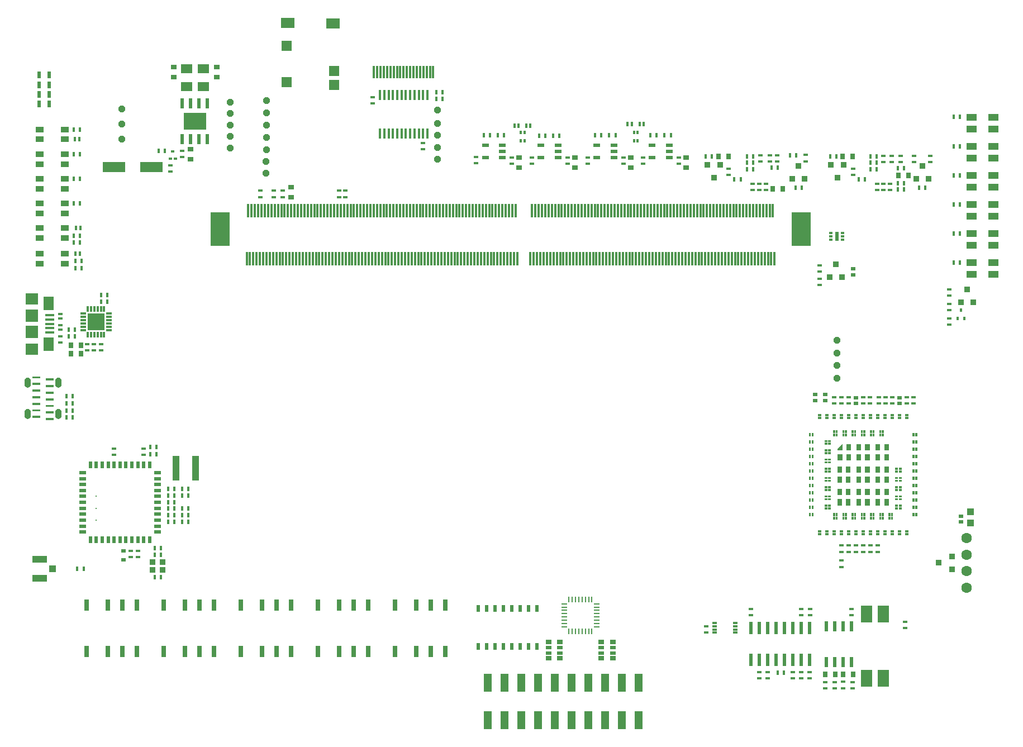
<source format=gtp>
G04*
G04 #@! TF.GenerationSoftware,Altium Limited,Altium Designer,23.4.1 (23)*
G04*
G04 Layer_Color=8421504*
%FSLAX25Y25*%
%MOIN*%
G70*
G04*
G04 #@! TF.SameCoordinates,6A7C3DE4-8593-4091-87D5-6454EB1C75A9*
G04*
G04*
G04 #@! TF.FilePolarity,Positive*
G04*
G01*
G75*
%ADD37R,0.02500X0.01800*%
%ADD38R,0.02362X0.06102*%
%ADD39R,0.03000X0.03500*%
%ADD40R,0.01378X0.07874*%
%ADD41R,0.11811X0.20276*%
%ADD42R,0.01575X0.02756*%
%ADD43R,0.01181X0.01968*%
%ADD44R,0.01772X0.05906*%
%ADD45R,0.03228X0.03622*%
%ADD46R,0.01181X0.07480*%
%ADD47R,0.01800X0.02500*%
G04:AMPARAMS|DCode=48|XSize=39.37mil|YSize=39.37mil|CornerRadius=0mil|HoleSize=0mil|Usage=FLASHONLY|Rotation=0.000|XOffset=0mil|YOffset=0mil|HoleType=Round|Shape=Octagon|*
%AMOCTAGOND48*
4,1,8,0.01968,-0.00984,0.01968,0.00984,0.00984,0.01968,-0.00984,0.01968,-0.01968,0.00984,-0.01968,-0.00984,-0.00984,-0.01968,0.00984,-0.01968,0.01968,-0.00984,0.0*
%
%ADD48OCTAGOND48*%

%ADD49R,0.13780X0.06299*%
%ADD50R,0.04331X0.02362*%
%ADD51R,0.04213X0.04016*%
%ADD52R,0.08661X0.04213*%
%ADD53R,0.03543X0.02559*%
%ADD54R,0.03543X0.02087*%
%ADD55R,0.03740X0.03347*%
%ADD56R,0.03150X0.02362*%
%ADD57C,0.01181*%
%ADD58R,0.04429X0.01968*%
%ADD59R,0.01968X0.04429*%
%ADD60R,0.04331X0.14567*%
%ADD61R,0.02835X0.02441*%
%ADD62R,0.02598X0.02165*%
%ADD63R,0.01181X0.03347*%
%ADD64R,0.03347X0.01181*%
%ADD65R,0.10039X0.10039*%
G04:AMPARAMS|DCode=66|XSize=39.37mil|YSize=39.37mil|CornerRadius=0mil|HoleSize=0mil|Usage=FLASHONLY|Rotation=90.000|XOffset=0mil|YOffset=0mil|HoleType=Round|Shape=Octagon|*
%AMOCTAGOND66*
4,1,8,0.00984,0.01968,-0.00984,0.01968,-0.01968,0.00984,-0.01968,-0.00984,-0.00984,-0.01968,0.00984,-0.01968,0.01968,-0.00984,0.01968,0.00984,0.00984,0.01968,0.0*
%
%ADD66OCTAGOND66*%

%ADD67R,0.01575X0.02008*%
%ADD68R,0.03500X0.03000*%
%ADD69R,0.06083X0.03925*%
%ADD70R,0.06299X0.05906*%
%ADD71R,0.07874X0.05906*%
%ADD72R,0.02205X0.05394*%
%ADD73R,0.02362X0.01181*%
%ADD74R,0.03386X0.01063*%
%ADD75R,0.01063X0.03386*%
%ADD76R,0.07087X0.09843*%
%ADD77R,0.03150X0.01181*%
%ADD78R,0.04921X0.03543*%
%ADD79R,0.07165X0.05512*%
%ADD80R,0.01968X0.01772*%
%ADD81R,0.13787X0.10287*%
%ADD82R,0.02756X0.01575*%
%ADD83R,0.01968X0.03937*%
%ADD84C,0.06299*%
%ADD85R,0.03622X0.03228*%
%ADD86R,0.03937X0.03937*%
%ADD87R,0.03150X0.07087*%
%ADD88R,0.05000X0.11024*%
%ADD89R,0.02362X0.04331*%
%ADD90R,0.02165X0.07677*%
%ADD91R,0.07480X0.07480*%
%ADD92R,0.07480X0.07087*%
%ADD93R,0.06299X0.08268*%
%ADD94R,0.05315X0.01575*%
G36*
X10925Y212722D02*
X6201D01*
Y213982D01*
X10925D01*
Y212722D01*
D02*
G37*
G36*
X18799Y211462D02*
X14075D01*
Y212722D01*
X18799D01*
Y211462D01*
D02*
G37*
G36*
X10925Y208785D02*
X6201D01*
Y210045D01*
X10925D01*
Y208785D01*
D02*
G37*
G36*
X18799Y207525D02*
X14075D01*
Y208785D01*
X18799D01*
Y207525D01*
D02*
G37*
G36*
X21821Y213189D02*
X21918Y213179D01*
X22015Y213165D01*
X22112Y213145D01*
X22207Y213121D01*
X22300Y213092D01*
X22393Y213058D01*
X22483Y213020D01*
X22572Y212978D01*
X22658Y212931D01*
X22742Y212880D01*
X22823Y212824D01*
X22901Y212765D01*
X22976Y212702D01*
X23048Y212635D01*
X23117Y212565D01*
X23182Y212491D01*
X23243Y212415D01*
X23300Y212335D01*
X23353Y212252D01*
X23402Y212168D01*
X23447Y212080D01*
X23487Y211991D01*
X23523Y211899D01*
X23555Y211806D01*
X23581Y211712D01*
X23603Y211616D01*
X23620Y211520D01*
X23632Y211422D01*
X23640Y211324D01*
X23642Y211226D01*
Y209258D01*
X23640Y209159D01*
X23632Y209062D01*
X23620Y208964D01*
X23603Y208868D01*
X23581Y208772D01*
X23555Y208677D01*
X23523Y208584D01*
X23487Y208493D01*
X23447Y208403D01*
X23402Y208316D01*
X23353Y208231D01*
X23300Y208149D01*
X23243Y208069D01*
X23182Y207992D01*
X23117Y207919D01*
X23048Y207848D01*
X22976Y207782D01*
X22901Y207719D01*
X22823Y207659D01*
X22742Y207604D01*
X22658Y207553D01*
X22572Y207506D01*
X22483Y207463D01*
X22393Y207425D01*
X22300Y207392D01*
X22207Y207363D01*
X22112Y207339D01*
X22015Y207319D01*
X21918Y207304D01*
X21821Y207295D01*
X21723Y207290D01*
X21624D01*
X21527Y207295D01*
X21429Y207304D01*
X21332Y207319D01*
X21236Y207339D01*
X21140Y207363D01*
X21047Y207392D01*
X20954Y207425D01*
X20864Y207463D01*
X20775Y207506D01*
X20689Y207553D01*
X20606Y207604D01*
X20525Y207659D01*
X20446Y207719D01*
X20371Y207782D01*
X20299Y207848D01*
X20231Y207919D01*
X20166Y207992D01*
X20104Y208069D01*
X20047Y208149D01*
X19994Y208231D01*
X19945Y208316D01*
X19900Y208403D01*
X19860Y208493D01*
X19824Y208584D01*
X19793Y208677D01*
X19766Y208772D01*
X19744Y208868D01*
X19727Y208964D01*
X19715Y209062D01*
X19707Y209159D01*
X19705Y209258D01*
Y211226D01*
X19707Y211324D01*
X19715Y211422D01*
X19727Y211520D01*
X19744Y211616D01*
X19766Y211712D01*
X19793Y211806D01*
X19824Y211899D01*
X19860Y211991D01*
X19900Y212080D01*
X19945Y212168D01*
X19994Y212252D01*
X20047Y212335D01*
X20104Y212415D01*
X20166Y212491D01*
X20231Y212565D01*
X20299Y212635D01*
X20371Y212702D01*
X20446Y212765D01*
X20525Y212824D01*
X20606Y212880D01*
X20689Y212931D01*
X20775Y212978D01*
X20864Y213020D01*
X20954Y213058D01*
X21047Y213092D01*
X21140Y213121D01*
X21236Y213145D01*
X21332Y213165D01*
X21429Y213179D01*
X21527Y213189D01*
X21624Y213194D01*
X21723D01*
X21821Y213189D01*
D02*
G37*
G36*
X3474D02*
X3571Y213179D01*
X3668Y213165D01*
X3765Y213145D01*
X3860Y213121D01*
X3954Y213092D01*
X4046Y213058D01*
X4136Y213020D01*
X4225Y212978D01*
X4311Y212931D01*
X4395Y212880D01*
X4476Y212824D01*
X4554Y212765D01*
X4629Y212702D01*
X4701Y212635D01*
X4770Y212565D01*
X4835Y212491D01*
X4896Y212415D01*
X4953Y212335D01*
X5006Y212252D01*
X5055Y212168D01*
X5100Y212080D01*
X5141Y211991D01*
X5176Y211899D01*
X5208Y211806D01*
X5234Y211712D01*
X5256Y211616D01*
X5273Y211520D01*
X5285Y211422D01*
X5293Y211324D01*
X5295Y211226D01*
Y209258D01*
X5293Y209159D01*
X5285Y209062D01*
X5273Y208964D01*
X5256Y208868D01*
X5234Y208772D01*
X5208Y208677D01*
X5176Y208584D01*
X5141Y208493D01*
X5100Y208403D01*
X5055Y208316D01*
X5006Y208231D01*
X4953Y208149D01*
X4896Y208069D01*
X4835Y207992D01*
X4770Y207919D01*
X4701Y207848D01*
X4629Y207782D01*
X4554Y207719D01*
X4476Y207659D01*
X4395Y207604D01*
X4311Y207553D01*
X4225Y207506D01*
X4136Y207463D01*
X4046Y207425D01*
X3954Y207392D01*
X3860Y207363D01*
X3765Y207339D01*
X3668Y207319D01*
X3571Y207304D01*
X3474Y207295D01*
X3376Y207290D01*
X3277D01*
X3179Y207295D01*
X3082Y207304D01*
X2985Y207319D01*
X2889Y207339D01*
X2794Y207363D01*
X2700Y207392D01*
X2607Y207425D01*
X2517Y207463D01*
X2428Y207506D01*
X2342Y207553D01*
X2259Y207604D01*
X2177Y207659D01*
X2099Y207719D01*
X2024Y207782D01*
X1952Y207848D01*
X1884Y207919D01*
X1819Y207992D01*
X1757Y208069D01*
X1700Y208149D01*
X1647Y208231D01*
X1598Y208316D01*
X1553Y208403D01*
X1513Y208493D01*
X1477Y208584D01*
X1446Y208677D01*
X1419Y208772D01*
X1397Y208868D01*
X1380Y208964D01*
X1368Y209062D01*
X1361Y209159D01*
X1358Y209258D01*
Y211226D01*
X1361Y211324D01*
X1368Y211422D01*
X1380Y211520D01*
X1397Y211616D01*
X1419Y211712D01*
X1446Y211806D01*
X1477Y211899D01*
X1513Y211991D01*
X1553Y212080D01*
X1598Y212168D01*
X1647Y212252D01*
X1700Y212335D01*
X1757Y212415D01*
X1819Y212491D01*
X1884Y212565D01*
X1952Y212635D01*
X2024Y212702D01*
X2099Y212765D01*
X2177Y212824D01*
X2259Y212880D01*
X2342Y212931D01*
X2428Y212978D01*
X2517Y213020D01*
X2607Y213058D01*
X2700Y213092D01*
X2794Y213121D01*
X2889Y213145D01*
X2985Y213165D01*
X3082Y213179D01*
X3179Y213189D01*
X3277Y213194D01*
X3376D01*
X3474Y213189D01*
D02*
G37*
G36*
X10925Y204848D02*
X6201D01*
Y206108D01*
X10925D01*
Y204848D01*
D02*
G37*
G36*
X18799Y203588D02*
X14075D01*
Y204848D01*
X18799D01*
Y203588D01*
D02*
G37*
G36*
X10925Y200911D02*
X6201D01*
Y202171D01*
X10925D01*
Y200911D01*
D02*
G37*
G36*
X18799Y199651D02*
X14075D01*
Y200911D01*
X18799D01*
Y199651D01*
D02*
G37*
G36*
X10925Y196974D02*
X6201D01*
Y198234D01*
X10925D01*
Y196974D01*
D02*
G37*
G36*
X18799Y195714D02*
X14075D01*
Y196974D01*
X18799D01*
Y195714D01*
D02*
G37*
G36*
X10925Y193037D02*
X6201D01*
Y194297D01*
X10925D01*
Y193037D01*
D02*
G37*
G36*
X18799Y191777D02*
X14075D01*
Y193037D01*
X18799D01*
Y191777D01*
D02*
G37*
G36*
X528792Y190120D02*
X526666D01*
Y191380D01*
X528792D01*
Y190120D01*
D02*
G37*
G36*
X524461D02*
X522335D01*
Y191380D01*
X524461D01*
Y190120D01*
D02*
G37*
G36*
X520130D02*
X518005D01*
Y191380D01*
X520130D01*
Y190120D01*
D02*
G37*
G36*
X515800D02*
X513674D01*
Y191380D01*
X515800D01*
Y190120D01*
D02*
G37*
G36*
X511469D02*
X509343D01*
Y191380D01*
X511469D01*
Y190120D01*
D02*
G37*
G36*
X507138D02*
X505012D01*
Y191380D01*
X507138D01*
Y190120D01*
D02*
G37*
G36*
X502808D02*
X500682D01*
Y191380D01*
X502808D01*
Y190120D01*
D02*
G37*
G36*
X498477D02*
X496351D01*
Y191380D01*
X498477D01*
Y190120D01*
D02*
G37*
G36*
X494146D02*
X492020D01*
Y191380D01*
X494146D01*
Y190120D01*
D02*
G37*
G36*
X489816D02*
X487690D01*
Y191380D01*
X489816D01*
Y190120D01*
D02*
G37*
G36*
X485485D02*
X483359D01*
Y191380D01*
X485485D01*
Y190120D01*
D02*
G37*
G36*
X481154D02*
X479028D01*
Y191380D01*
X481154D01*
Y190120D01*
D02*
G37*
G36*
X476823D02*
X474697D01*
Y191380D01*
X476823D01*
Y190120D01*
D02*
G37*
G36*
X10925Y189100D02*
X6201D01*
Y190360D01*
X10925D01*
Y189100D01*
D02*
G37*
G36*
X21821Y194527D02*
X21918Y194517D01*
X22015Y194503D01*
X22112Y194483D01*
X22207Y194459D01*
X22300Y194430D01*
X22393Y194396D01*
X22483Y194358D01*
X22572Y194316D01*
X22658Y194269D01*
X22742Y194218D01*
X22823Y194162D01*
X22901Y194103D01*
X22976Y194040D01*
X23048Y193973D01*
X23117Y193903D01*
X23182Y193829D01*
X23243Y193753D01*
X23300Y193673D01*
X23353Y193590D01*
X23402Y193506D01*
X23447Y193418D01*
X23487Y193329D01*
X23523Y193237D01*
X23555Y193144D01*
X23581Y193050D01*
X23603Y192954D01*
X23620Y192858D01*
X23632Y192760D01*
X23640Y192662D01*
X23642Y192564D01*
Y190596D01*
X23640Y190498D01*
X23632Y190400D01*
X23620Y190302D01*
X23603Y190206D01*
X23581Y190110D01*
X23555Y190015D01*
X23523Y189922D01*
X23487Y189831D01*
X23447Y189742D01*
X23402Y189654D01*
X23353Y189569D01*
X23300Y189487D01*
X23243Y189407D01*
X23182Y189330D01*
X23117Y189257D01*
X23048Y189186D01*
X22976Y189120D01*
X22901Y189057D01*
X22823Y188997D01*
X22742Y188942D01*
X22658Y188891D01*
X22572Y188844D01*
X22483Y188801D01*
X22393Y188763D01*
X22300Y188730D01*
X22207Y188701D01*
X22112Y188677D01*
X22015Y188657D01*
X21918Y188642D01*
X21821Y188633D01*
X21723Y188628D01*
X21624D01*
X21527Y188633D01*
X21429Y188642D01*
X21332Y188657D01*
X21236Y188677D01*
X21140Y188701D01*
X21047Y188730D01*
X20954Y188763D01*
X20864Y188801D01*
X20775Y188844D01*
X20689Y188891D01*
X20606Y188942D01*
X20525Y188997D01*
X20446Y189057D01*
X20371Y189120D01*
X20299Y189186D01*
X20231Y189257D01*
X20166Y189330D01*
X20104Y189407D01*
X20047Y189487D01*
X19994Y189569D01*
X19945Y189654D01*
X19900Y189742D01*
X19860Y189831D01*
X19824Y189922D01*
X19793Y190015D01*
X19766Y190110D01*
X19744Y190206D01*
X19727Y190302D01*
X19715Y190400D01*
X19707Y190498D01*
X19705Y190596D01*
Y192564D01*
X19707Y192662D01*
X19715Y192760D01*
X19727Y192858D01*
X19744Y192954D01*
X19766Y193050D01*
X19793Y193144D01*
X19824Y193237D01*
X19860Y193329D01*
X19900Y193418D01*
X19945Y193506D01*
X19994Y193590D01*
X20047Y193673D01*
X20104Y193753D01*
X20166Y193829D01*
X20231Y193903D01*
X20299Y193973D01*
X20371Y194040D01*
X20446Y194103D01*
X20525Y194162D01*
X20606Y194218D01*
X20689Y194269D01*
X20775Y194316D01*
X20864Y194358D01*
X20954Y194396D01*
X21047Y194430D01*
X21140Y194459D01*
X21236Y194483D01*
X21332Y194503D01*
X21429Y194517D01*
X21527Y194527D01*
X21624Y194532D01*
X21723D01*
X21821Y194527D01*
D02*
G37*
G36*
X3474D02*
X3571Y194517D01*
X3668Y194503D01*
X3765Y194483D01*
X3860Y194459D01*
X3954Y194430D01*
X4046Y194396D01*
X4136Y194358D01*
X4225Y194316D01*
X4311Y194269D01*
X4395Y194218D01*
X4476Y194162D01*
X4554Y194103D01*
X4629Y194040D01*
X4701Y193973D01*
X4770Y193903D01*
X4835Y193829D01*
X4896Y193753D01*
X4953Y193673D01*
X5006Y193590D01*
X5055Y193506D01*
X5100Y193418D01*
X5141Y193329D01*
X5176Y193237D01*
X5208Y193144D01*
X5234Y193050D01*
X5256Y192954D01*
X5273Y192858D01*
X5285Y192760D01*
X5293Y192662D01*
X5295Y192564D01*
Y190596D01*
X5293Y190498D01*
X5285Y190400D01*
X5273Y190302D01*
X5256Y190206D01*
X5234Y190110D01*
X5208Y190015D01*
X5176Y189922D01*
X5141Y189831D01*
X5100Y189742D01*
X5055Y189654D01*
X5006Y189569D01*
X4953Y189487D01*
X4896Y189407D01*
X4835Y189330D01*
X4770Y189257D01*
X4701Y189186D01*
X4629Y189120D01*
X4554Y189057D01*
X4476Y188997D01*
X4395Y188942D01*
X4311Y188891D01*
X4225Y188844D01*
X4136Y188801D01*
X4046Y188763D01*
X3954Y188730D01*
X3860Y188701D01*
X3765Y188677D01*
X3668Y188657D01*
X3571Y188642D01*
X3474Y188633D01*
X3376Y188628D01*
X3277D01*
X3179Y188633D01*
X3082Y188642D01*
X2985Y188657D01*
X2889Y188677D01*
X2794Y188701D01*
X2700Y188730D01*
X2607Y188763D01*
X2517Y188801D01*
X2428Y188844D01*
X2342Y188891D01*
X2259Y188942D01*
X2177Y188997D01*
X2099Y189057D01*
X2024Y189120D01*
X1952Y189186D01*
X1884Y189257D01*
X1819Y189330D01*
X1757Y189407D01*
X1700Y189487D01*
X1647Y189569D01*
X1598Y189654D01*
X1553Y189742D01*
X1513Y189831D01*
X1477Y189922D01*
X1446Y190015D01*
X1419Y190110D01*
X1397Y190206D01*
X1380Y190302D01*
X1368Y190400D01*
X1361Y190498D01*
X1358Y190596D01*
Y192564D01*
X1361Y192662D01*
X1368Y192760D01*
X1380Y192858D01*
X1397Y192954D01*
X1419Y193050D01*
X1446Y193144D01*
X1477Y193237D01*
X1513Y193329D01*
X1553Y193418D01*
X1598Y193506D01*
X1647Y193590D01*
X1700Y193673D01*
X1757Y193753D01*
X1819Y193829D01*
X1884Y193903D01*
X1952Y193973D01*
X2024Y194040D01*
X2099Y194103D01*
X2177Y194162D01*
X2259Y194218D01*
X2342Y194269D01*
X2428Y194316D01*
X2517Y194358D01*
X2607Y194396D01*
X2700Y194430D01*
X2794Y194459D01*
X2889Y194483D01*
X2985Y194503D01*
X3082Y194517D01*
X3179Y194527D01*
X3277Y194532D01*
X3376D01*
X3474Y194527D01*
D02*
G37*
G36*
X528792Y188466D02*
X526666D01*
Y189726D01*
X528792D01*
Y188466D01*
D02*
G37*
G36*
X524461D02*
X522335D01*
Y189726D01*
X524461D01*
Y188466D01*
D02*
G37*
G36*
X520130D02*
X518005D01*
Y189726D01*
X520130D01*
Y188466D01*
D02*
G37*
G36*
X515800D02*
X513674D01*
Y189726D01*
X515800D01*
Y188466D01*
D02*
G37*
G36*
X511469D02*
X509343D01*
Y189726D01*
X511469D01*
Y188466D01*
D02*
G37*
G36*
X507138D02*
X505012D01*
Y189726D01*
X507138D01*
Y188466D01*
D02*
G37*
G36*
X502808D02*
X500682D01*
Y189726D01*
X502808D01*
Y188466D01*
D02*
G37*
G36*
X498477D02*
X496351D01*
Y189726D01*
X498477D01*
Y188466D01*
D02*
G37*
G36*
X494146D02*
X492020D01*
Y189726D01*
X494146D01*
Y188466D01*
D02*
G37*
G36*
X489816D02*
X487690D01*
Y189726D01*
X489816D01*
Y188466D01*
D02*
G37*
G36*
X485485D02*
X483359D01*
Y189726D01*
X485485D01*
Y188466D01*
D02*
G37*
G36*
X481154D02*
X479028D01*
Y189726D01*
X481154D01*
Y188466D01*
D02*
G37*
G36*
X476823D02*
X474697D01*
Y189726D01*
X476823D01*
Y188466D01*
D02*
G37*
G36*
X18799Y187840D02*
X14075D01*
Y189100D01*
X18799D01*
Y187840D01*
D02*
G37*
G36*
X514146Y180277D02*
X512965D01*
Y181970D01*
X514146D01*
Y180277D01*
D02*
G37*
G36*
X512571D02*
X511390D01*
Y181970D01*
X512571D01*
Y180277D01*
D02*
G37*
G36*
X508635D02*
X507453D01*
Y181970D01*
X508635D01*
Y180277D01*
D02*
G37*
G36*
X507060D02*
X505878D01*
Y181970D01*
X507060D01*
Y180277D01*
D02*
G37*
G36*
X503123D02*
X501941D01*
Y181970D01*
X503123D01*
Y180277D01*
D02*
G37*
G36*
X501548D02*
X500367D01*
Y181970D01*
X501548D01*
Y180277D01*
D02*
G37*
G36*
X497611D02*
X496430D01*
Y181970D01*
X497611D01*
Y180277D01*
D02*
G37*
G36*
X496036D02*
X494855D01*
Y181970D01*
X496036D01*
Y180277D01*
D02*
G37*
G36*
X492099D02*
X490918D01*
Y181970D01*
X492099D01*
Y180277D01*
D02*
G37*
G36*
X490524D02*
X489343D01*
Y181970D01*
X490524D01*
Y180277D01*
D02*
G37*
G36*
X486587D02*
X485406D01*
Y181970D01*
X486587D01*
Y180277D01*
D02*
G37*
G36*
X485012D02*
X483831D01*
Y181970D01*
X485012D01*
Y180277D01*
D02*
G37*
G36*
X514146Y178191D02*
X512965D01*
Y179884D01*
X514146D01*
Y178191D01*
D02*
G37*
G36*
X512571D02*
X511390D01*
Y179884D01*
X512571D01*
Y178191D01*
D02*
G37*
G36*
X508635D02*
X507453D01*
Y179884D01*
X508635D01*
Y178191D01*
D02*
G37*
G36*
X507060D02*
X505878D01*
Y179884D01*
X507060D01*
Y178191D01*
D02*
G37*
G36*
X503123D02*
X501941D01*
Y179884D01*
X503123D01*
Y178191D01*
D02*
G37*
G36*
X501548D02*
X500367D01*
Y179884D01*
X501548D01*
Y178191D01*
D02*
G37*
G36*
X497611D02*
X496430D01*
Y179884D01*
X497611D01*
Y178191D01*
D02*
G37*
G36*
X496036D02*
X494855D01*
Y179884D01*
X496036D01*
Y178191D01*
D02*
G37*
G36*
X492099D02*
X490918D01*
Y179884D01*
X492099D01*
Y178191D01*
D02*
G37*
G36*
X490524D02*
X489343D01*
Y179884D01*
X490524D01*
Y178191D01*
D02*
G37*
G36*
X486587D02*
X485406D01*
Y179884D01*
X486587D01*
Y178191D01*
D02*
G37*
G36*
X485012D02*
X483831D01*
Y179884D01*
X485012D01*
Y178191D01*
D02*
G37*
G36*
X534107Y178033D02*
X532847D01*
Y180159D01*
X534107D01*
Y178033D01*
D02*
G37*
G36*
X532453D02*
X531193D01*
Y180159D01*
X532453D01*
Y178033D01*
D02*
G37*
G36*
X472296D02*
X471036D01*
Y180159D01*
X472296D01*
Y178033D01*
D02*
G37*
G36*
X470642D02*
X469382D01*
Y180159D01*
X470642D01*
Y178033D01*
D02*
G37*
G36*
X482572Y174766D02*
X480878D01*
Y175947D01*
X482572D01*
Y174766D01*
D02*
G37*
G36*
X480485D02*
X478792D01*
Y175947D01*
X480485D01*
Y174766D01*
D02*
G37*
G36*
X534107Y173703D02*
X532847D01*
Y175829D01*
X534107D01*
Y173703D01*
D02*
G37*
G36*
X532453D02*
X531193D01*
Y175829D01*
X532453D01*
Y173703D01*
D02*
G37*
G36*
X472296D02*
X471036D01*
Y175829D01*
X472296D01*
Y173703D01*
D02*
G37*
G36*
X470642D02*
X469382D01*
Y175829D01*
X470642D01*
Y173703D01*
D02*
G37*
G36*
X482572Y173191D02*
X480878D01*
Y174372D01*
X482572D01*
Y173191D01*
D02*
G37*
G36*
X480485D02*
X478792D01*
Y174372D01*
X480485D01*
Y173191D01*
D02*
G37*
G36*
X517099Y169844D02*
X514343D01*
Y173584D01*
X517099D01*
Y169844D01*
D02*
G37*
G36*
X511981D02*
X509225D01*
Y173584D01*
X511981D01*
Y169844D01*
D02*
G37*
G36*
X505682D02*
X502926D01*
Y173584D01*
X505682D01*
Y169844D01*
D02*
G37*
G36*
X500564D02*
X497808D01*
Y173584D01*
X500564D01*
Y169844D01*
D02*
G37*
G36*
X494461D02*
X491705D01*
Y173584D01*
X494461D01*
Y169844D01*
D02*
G37*
G36*
X489343D02*
X486587D01*
Y170828D01*
X489343Y173584D01*
Y169844D01*
D02*
G37*
G36*
X534107Y169372D02*
X532847D01*
Y171498D01*
X534107D01*
Y169372D01*
D02*
G37*
G36*
X532453D02*
X531193D01*
Y171498D01*
X532453D01*
Y169372D01*
D02*
G37*
G36*
X472296D02*
X471036D01*
Y171498D01*
X472296D01*
Y169372D01*
D02*
G37*
G36*
X470642D02*
X469382D01*
Y171498D01*
X470642D01*
Y169372D01*
D02*
G37*
G36*
X482572Y169254D02*
X480878D01*
Y170435D01*
X482572D01*
Y169254D01*
D02*
G37*
G36*
X480485D02*
X478792D01*
Y170435D01*
X480485D01*
Y169254D01*
D02*
G37*
G36*
X482572Y167679D02*
X480878D01*
Y168860D01*
X482572D01*
Y167679D01*
D02*
G37*
G36*
X480485D02*
X478792D01*
Y168860D01*
X480485D01*
Y167679D01*
D02*
G37*
G36*
X534107Y165041D02*
X532847D01*
Y167167D01*
X534107D01*
Y165041D01*
D02*
G37*
G36*
X532453D02*
X531193D01*
Y167167D01*
X532453D01*
Y165041D01*
D02*
G37*
G36*
X472296D02*
X471036D01*
Y167167D01*
X472296D01*
Y165041D01*
D02*
G37*
G36*
X470642D02*
X469382D01*
Y167167D01*
X470642D01*
Y165041D01*
D02*
G37*
G36*
X517099Y163742D02*
X514343D01*
Y167482D01*
X517099D01*
Y163742D01*
D02*
G37*
G36*
X511981D02*
X509225D01*
Y167482D01*
X511981D01*
Y163742D01*
D02*
G37*
G36*
X505682D02*
X502926D01*
Y167482D01*
X505682D01*
Y163742D01*
D02*
G37*
G36*
X500564D02*
X497808D01*
Y167482D01*
X500564D01*
Y163742D01*
D02*
G37*
G36*
X494461D02*
X491705D01*
Y167482D01*
X494461D01*
Y163742D01*
D02*
G37*
G36*
X489343D02*
X486587D01*
Y167482D01*
X489343D01*
Y163742D01*
D02*
G37*
G36*
X482572D02*
X480878D01*
Y164923D01*
X482572D01*
Y163742D01*
D02*
G37*
G36*
X480485D02*
X478792D01*
Y164923D01*
X480485D01*
Y163742D01*
D02*
G37*
G36*
X482572Y162167D02*
X480878D01*
Y163348D01*
X482572D01*
Y162167D01*
D02*
G37*
G36*
X480485D02*
X478792D01*
Y163348D01*
X480485D01*
Y162167D01*
D02*
G37*
G36*
X534107Y160710D02*
X532847D01*
Y162836D01*
X534107D01*
Y160710D01*
D02*
G37*
G36*
X532453D02*
X531193D01*
Y162836D01*
X532453D01*
Y160710D01*
D02*
G37*
G36*
X472296D02*
X471036D01*
Y162836D01*
X472296D01*
Y160710D01*
D02*
G37*
G36*
X470642D02*
X469382D01*
Y162836D01*
X470642D01*
Y160710D01*
D02*
G37*
G36*
X524697Y158230D02*
X523004D01*
Y159411D01*
X524697D01*
Y158230D01*
D02*
G37*
G36*
X522611D02*
X520918D01*
Y159411D01*
X522611D01*
Y158230D01*
D02*
G37*
G36*
X482572D02*
X480878D01*
Y159411D01*
X482572D01*
Y158230D01*
D02*
G37*
G36*
X480485D02*
X478792D01*
Y159411D01*
X480485D01*
Y158230D01*
D02*
G37*
G36*
X524697Y156655D02*
X523004D01*
Y157836D01*
X524697D01*
Y156655D01*
D02*
G37*
G36*
X522611D02*
X520918D01*
Y157836D01*
X522611D01*
Y156655D01*
D02*
G37*
G36*
X482572D02*
X480878D01*
Y157836D01*
X482572D01*
Y156655D01*
D02*
G37*
G36*
X480485D02*
X478792D01*
Y157836D01*
X480485D01*
Y156655D01*
D02*
G37*
G36*
X517099Y156458D02*
X514343D01*
Y160199D01*
X517099D01*
Y156458D01*
D02*
G37*
G36*
X511981D02*
X509225D01*
Y160199D01*
X511981D01*
Y156458D01*
D02*
G37*
G36*
X505682D02*
X502926D01*
Y160199D01*
X505682D01*
Y156458D01*
D02*
G37*
G36*
X500564D02*
X497808D01*
Y160199D01*
X500564D01*
Y156458D01*
D02*
G37*
G36*
X494264D02*
X491508D01*
Y160199D01*
X494264D01*
Y156458D01*
D02*
G37*
G36*
X489146D02*
X486390D01*
Y160199D01*
X489146D01*
Y156458D01*
D02*
G37*
G36*
X534107Y156380D02*
X532847D01*
Y158506D01*
X534107D01*
Y156380D01*
D02*
G37*
G36*
X532453D02*
X531193D01*
Y158506D01*
X532453D01*
Y156380D01*
D02*
G37*
G36*
X472296D02*
X471036D01*
Y158506D01*
X472296D01*
Y156380D01*
D02*
G37*
G36*
X470642D02*
X469382D01*
Y158506D01*
X470642D01*
Y156380D01*
D02*
G37*
G36*
X524697Y152718D02*
X523004D01*
Y153899D01*
X524697D01*
Y152718D01*
D02*
G37*
G36*
X522611D02*
X520918D01*
Y153899D01*
X522611D01*
Y152718D01*
D02*
G37*
G36*
X482572D02*
X480878D01*
Y153899D01*
X482572D01*
Y152718D01*
D02*
G37*
G36*
X480485D02*
X478792D01*
Y153899D01*
X480485D01*
Y152718D01*
D02*
G37*
G36*
X534107Y152049D02*
X532847D01*
Y154175D01*
X534107D01*
Y152049D01*
D02*
G37*
G36*
X532453D02*
X531193D01*
Y154175D01*
X532453D01*
Y152049D01*
D02*
G37*
G36*
X472296D02*
X471036D01*
Y154175D01*
X472296D01*
Y152049D01*
D02*
G37*
G36*
X470642D02*
X469382D01*
Y154175D01*
X470642D01*
Y152049D01*
D02*
G37*
G36*
X524697Y151144D02*
X523004D01*
Y152325D01*
X524697D01*
Y151144D01*
D02*
G37*
G36*
X522611D02*
X520918D01*
Y152325D01*
X522611D01*
Y151144D01*
D02*
G37*
G36*
X482572D02*
X480878D01*
Y152325D01*
X482572D01*
Y151144D01*
D02*
G37*
G36*
X480485D02*
X478792D01*
Y152325D01*
X480485D01*
Y151144D01*
D02*
G37*
G36*
X517099Y150356D02*
X514343D01*
Y154096D01*
X517099D01*
Y150356D01*
D02*
G37*
G36*
X511981D02*
X509225D01*
Y154096D01*
X511981D01*
Y150356D01*
D02*
G37*
G36*
X505682D02*
X502926D01*
Y154096D01*
X505682D01*
Y150356D01*
D02*
G37*
G36*
X500564D02*
X497808D01*
Y154096D01*
X500564D01*
Y150356D01*
D02*
G37*
G36*
X494264D02*
X491508D01*
Y154096D01*
X494264D01*
Y150356D01*
D02*
G37*
G36*
X489146D02*
X486390D01*
Y154096D01*
X489146D01*
Y150356D01*
D02*
G37*
G36*
X534107Y147718D02*
X532847D01*
Y149844D01*
X534107D01*
Y147718D01*
D02*
G37*
G36*
X532453D02*
X531193D01*
Y149844D01*
X532453D01*
Y147718D01*
D02*
G37*
G36*
X472296D02*
X471036D01*
Y149844D01*
X472296D01*
Y147718D01*
D02*
G37*
G36*
X470642D02*
X469382D01*
Y149844D01*
X470642D01*
Y147718D01*
D02*
G37*
G36*
X524697Y147206D02*
X523004D01*
Y148388D01*
X524697D01*
Y147206D01*
D02*
G37*
G36*
X522611D02*
X520918D01*
Y148388D01*
X522611D01*
Y147206D01*
D02*
G37*
G36*
X482572D02*
X480878D01*
Y148388D01*
X482572D01*
Y147206D01*
D02*
G37*
G36*
X480485D02*
X478792D01*
Y148388D01*
X480485D01*
Y147206D01*
D02*
G37*
G36*
X524697Y145632D02*
X523004D01*
Y146813D01*
X524697D01*
Y145632D01*
D02*
G37*
G36*
X522611D02*
X520918D01*
Y146813D01*
X522611D01*
Y145632D01*
D02*
G37*
G36*
X482572D02*
X480878D01*
Y146813D01*
X482572D01*
Y145632D01*
D02*
G37*
G36*
X480485D02*
X478792D01*
Y146813D01*
X480485D01*
Y145632D01*
D02*
G37*
G36*
X534107Y143388D02*
X532847D01*
Y145514D01*
X534107D01*
Y143388D01*
D02*
G37*
G36*
X532453D02*
X531193D01*
Y145514D01*
X532453D01*
Y143388D01*
D02*
G37*
G36*
X472296D02*
X471036D01*
Y145514D01*
X472296D01*
Y143388D01*
D02*
G37*
G36*
X470642D02*
X469382D01*
Y145514D01*
X470642D01*
Y143388D01*
D02*
G37*
G36*
X517099Y143073D02*
X514343D01*
Y146813D01*
X517099D01*
Y143073D01*
D02*
G37*
G36*
X511981D02*
X509225D01*
Y146813D01*
X511981D01*
Y143073D01*
D02*
G37*
G36*
X505682D02*
X502926D01*
Y146813D01*
X505682D01*
Y143073D01*
D02*
G37*
G36*
X500564D02*
X497808D01*
Y146813D01*
X500564D01*
Y143073D01*
D02*
G37*
G36*
X494264D02*
X491508D01*
Y146813D01*
X494264D01*
Y143073D01*
D02*
G37*
G36*
X489146D02*
X486390D01*
Y146813D01*
X489146D01*
Y143073D01*
D02*
G37*
G36*
X524697Y141695D02*
X523004D01*
Y142876D01*
X524697D01*
Y141695D01*
D02*
G37*
G36*
X522611D02*
X520918D01*
Y142876D01*
X522611D01*
Y141695D01*
D02*
G37*
G36*
X482572D02*
X480878D01*
Y142876D01*
X482572D01*
Y141695D01*
D02*
G37*
G36*
X480485D02*
X478792D01*
Y142876D01*
X480485D01*
Y141695D01*
D02*
G37*
G36*
X524697Y140120D02*
X523004D01*
Y141301D01*
X524697D01*
Y140120D01*
D02*
G37*
G36*
X522611D02*
X520918D01*
Y141301D01*
X522611D01*
Y140120D01*
D02*
G37*
G36*
X482572D02*
X480878D01*
Y141301D01*
X482572D01*
Y140120D01*
D02*
G37*
G36*
X480485D02*
X478792D01*
Y141301D01*
X480485D01*
Y140120D01*
D02*
G37*
G36*
X534107Y139057D02*
X532847D01*
Y141183D01*
X534107D01*
Y139057D01*
D02*
G37*
G36*
X532453D02*
X531193D01*
Y141183D01*
X532453D01*
Y139057D01*
D02*
G37*
G36*
X472296D02*
X471036D01*
Y141183D01*
X472296D01*
Y139057D01*
D02*
G37*
G36*
X470642D02*
X469382D01*
Y141183D01*
X470642D01*
Y139057D01*
D02*
G37*
G36*
X517099Y136970D02*
X514343D01*
Y140710D01*
X517099D01*
Y136970D01*
D02*
G37*
G36*
X511981D02*
X509225D01*
Y140710D01*
X511981D01*
Y136970D01*
D02*
G37*
G36*
X505682D02*
X502926D01*
Y140710D01*
X505682D01*
Y136970D01*
D02*
G37*
G36*
X500564D02*
X497808D01*
Y140710D01*
X500564D01*
Y136970D01*
D02*
G37*
G36*
X494264D02*
X491508D01*
Y140710D01*
X494264D01*
Y136970D01*
D02*
G37*
G36*
X489146D02*
X486390D01*
Y140710D01*
X489146D01*
Y136970D01*
D02*
G37*
G36*
X524697Y136183D02*
X523004D01*
Y137364D01*
X524697D01*
Y136183D01*
D02*
G37*
G36*
X522611D02*
X520918D01*
Y137364D01*
X522611D01*
Y136183D01*
D02*
G37*
G36*
X482572D02*
X480878D01*
Y137364D01*
X482572D01*
Y136183D01*
D02*
G37*
G36*
X480485D02*
X478792D01*
Y137364D01*
X480485D01*
Y136183D01*
D02*
G37*
G36*
X534107Y134726D02*
X532847D01*
Y136852D01*
X534107D01*
Y134726D01*
D02*
G37*
G36*
X532453D02*
X531193D01*
Y136852D01*
X532453D01*
Y134726D01*
D02*
G37*
G36*
X472296D02*
X471036D01*
Y136852D01*
X472296D01*
Y134726D01*
D02*
G37*
G36*
X470642D02*
X469382D01*
Y136852D01*
X470642D01*
Y134726D01*
D02*
G37*
G36*
X524697Y134608D02*
X523004D01*
Y135789D01*
X524697D01*
Y134608D01*
D02*
G37*
G36*
X522611D02*
X520918D01*
Y135789D01*
X522611D01*
Y134608D01*
D02*
G37*
G36*
X482572D02*
X480878D01*
Y135789D01*
X482572D01*
Y134608D01*
D02*
G37*
G36*
X480485D02*
X478792D01*
Y135789D01*
X480485D01*
Y134608D01*
D02*
G37*
G36*
X519658Y130671D02*
X518477D01*
Y132364D01*
X519658D01*
Y130671D01*
D02*
G37*
G36*
X518083D02*
X516902D01*
Y132364D01*
X518083D01*
Y130671D01*
D02*
G37*
G36*
X514146D02*
X512965D01*
Y132364D01*
X514146D01*
Y130671D01*
D02*
G37*
G36*
X512571D02*
X511390D01*
Y132364D01*
X512571D01*
Y130671D01*
D02*
G37*
G36*
X508635D02*
X507453D01*
Y132364D01*
X508635D01*
Y130671D01*
D02*
G37*
G36*
X507060D02*
X505878D01*
Y132364D01*
X507060D01*
Y130671D01*
D02*
G37*
G36*
X503123D02*
X501941D01*
Y132364D01*
X503123D01*
Y130671D01*
D02*
G37*
G36*
X501548D02*
X500367D01*
Y132364D01*
X501548D01*
Y130671D01*
D02*
G37*
G36*
X497611D02*
X496430D01*
Y132364D01*
X497611D01*
Y130671D01*
D02*
G37*
G36*
X496036D02*
X494855D01*
Y132364D01*
X496036D01*
Y130671D01*
D02*
G37*
G36*
X492099D02*
X490918D01*
Y132364D01*
X492099D01*
Y130671D01*
D02*
G37*
G36*
X490524D02*
X489343D01*
Y132364D01*
X490524D01*
Y130671D01*
D02*
G37*
G36*
X486587D02*
X485406D01*
Y132364D01*
X486587D01*
Y130671D01*
D02*
G37*
G36*
X485012D02*
X483831D01*
Y132364D01*
X485012D01*
Y130671D01*
D02*
G37*
G36*
X534107Y130395D02*
X532847D01*
Y132521D01*
X534107D01*
Y130395D01*
D02*
G37*
G36*
X532453D02*
X531193D01*
Y132521D01*
X532453D01*
Y130395D01*
D02*
G37*
G36*
X472296D02*
X471036D01*
Y132521D01*
X472296D01*
Y130395D01*
D02*
G37*
G36*
X470642D02*
X469382D01*
Y132521D01*
X470642D01*
Y130395D01*
D02*
G37*
G36*
X519658Y128584D02*
X518477D01*
Y130277D01*
X519658D01*
Y128584D01*
D02*
G37*
G36*
X518083D02*
X516902D01*
Y130277D01*
X518083D01*
Y128584D01*
D02*
G37*
G36*
X514146D02*
X512965D01*
Y130277D01*
X514146D01*
Y128584D01*
D02*
G37*
G36*
X512571D02*
X511390D01*
Y130277D01*
X512571D01*
Y128584D01*
D02*
G37*
G36*
X508635D02*
X507453D01*
Y130277D01*
X508635D01*
Y128584D01*
D02*
G37*
G36*
X507060D02*
X505878D01*
Y130277D01*
X507060D01*
Y128584D01*
D02*
G37*
G36*
X503123D02*
X501941D01*
Y130277D01*
X503123D01*
Y128584D01*
D02*
G37*
G36*
X501548D02*
X500367D01*
Y130277D01*
X501548D01*
Y128584D01*
D02*
G37*
G36*
X497611D02*
X496430D01*
Y130277D01*
X497611D01*
Y128584D01*
D02*
G37*
G36*
X496036D02*
X494855D01*
Y130277D01*
X496036D01*
Y128584D01*
D02*
G37*
G36*
X492099D02*
X490918D01*
Y130277D01*
X492099D01*
Y128584D01*
D02*
G37*
G36*
X490524D02*
X489343D01*
Y130277D01*
X490524D01*
Y128584D01*
D02*
G37*
G36*
X486587D02*
X485406D01*
Y130277D01*
X486587D01*
Y128584D01*
D02*
G37*
G36*
X485012D02*
X483831D01*
Y130277D01*
X485012D01*
Y128584D01*
D02*
G37*
G36*
X528792Y120828D02*
X526666D01*
Y122088D01*
X528792D01*
Y120828D01*
D02*
G37*
G36*
X524461D02*
X522335D01*
Y122088D01*
X524461D01*
Y120828D01*
D02*
G37*
G36*
X520130D02*
X518005D01*
Y122088D01*
X520130D01*
Y120828D01*
D02*
G37*
G36*
X515800D02*
X513674D01*
Y122088D01*
X515800D01*
Y120828D01*
D02*
G37*
G36*
X511469D02*
X509343D01*
Y122088D01*
X511469D01*
Y120828D01*
D02*
G37*
G36*
X507138D02*
X505012D01*
Y122088D01*
X507138D01*
Y120828D01*
D02*
G37*
G36*
X502808D02*
X500682D01*
Y122088D01*
X502808D01*
Y120828D01*
D02*
G37*
G36*
X498477D02*
X496351D01*
Y122088D01*
X498477D01*
Y120828D01*
D02*
G37*
G36*
X494146D02*
X492020D01*
Y122088D01*
X494146D01*
Y120828D01*
D02*
G37*
G36*
X489816D02*
X487690D01*
Y122088D01*
X489816D01*
Y120828D01*
D02*
G37*
G36*
X485485D02*
X483359D01*
Y122088D01*
X485485D01*
Y120828D01*
D02*
G37*
G36*
X481154D02*
X479028D01*
Y122088D01*
X481154D01*
Y120828D01*
D02*
G37*
G36*
X476823D02*
X474697D01*
Y122088D01*
X476823D01*
Y120828D01*
D02*
G37*
G36*
X528792Y119175D02*
X526666D01*
Y120435D01*
X528792D01*
Y119175D01*
D02*
G37*
G36*
X524461D02*
X522335D01*
Y120435D01*
X524461D01*
Y119175D01*
D02*
G37*
G36*
X520130D02*
X518005D01*
Y120435D01*
X520130D01*
Y119175D01*
D02*
G37*
G36*
X515800D02*
X513674D01*
Y120435D01*
X515800D01*
Y119175D01*
D02*
G37*
G36*
X511469D02*
X509343D01*
Y120435D01*
X511469D01*
Y119175D01*
D02*
G37*
G36*
X507138D02*
X505012D01*
Y120435D01*
X507138D01*
Y119175D01*
D02*
G37*
G36*
X502808D02*
X500682D01*
Y120435D01*
X502808D01*
Y119175D01*
D02*
G37*
G36*
X498477D02*
X496351D01*
Y120435D01*
X498477D01*
Y119175D01*
D02*
G37*
G36*
X494146D02*
X492020D01*
Y120435D01*
X494146D01*
Y119175D01*
D02*
G37*
G36*
X489816D02*
X487690D01*
Y120435D01*
X489816D01*
Y119175D01*
D02*
G37*
G36*
X485485D02*
X483359D01*
Y120435D01*
X485485D01*
Y119175D01*
D02*
G37*
G36*
X481154D02*
X479028D01*
Y120435D01*
X481154D01*
Y119175D01*
D02*
G37*
G36*
X476823D02*
X474697D01*
Y120435D01*
X476823D01*
Y119175D01*
D02*
G37*
D37*
X484929Y27963D02*
D03*
Y31663D02*
D03*
X517776Y328786D02*
D03*
Y325086D02*
D03*
X513976Y328786D02*
D03*
Y325086D02*
D03*
X510193Y328786D02*
D03*
Y325086D02*
D03*
X495727Y334176D02*
D03*
Y337876D02*
D03*
X421450D02*
D03*
Y334176D02*
D03*
X435965Y328786D02*
D03*
Y325086D02*
D03*
X142315Y321012D02*
D03*
Y324712D02*
D03*
X150100Y321012D02*
D03*
Y324712D02*
D03*
X42901Y229601D02*
D03*
Y233301D02*
D03*
X484422Y201412D02*
D03*
Y197712D02*
D03*
X510406Y113050D02*
D03*
Y109350D02*
D03*
X64875Y106229D02*
D03*
Y109929D02*
D03*
X69064Y106232D02*
D03*
Y109932D02*
D03*
X54906Y167028D02*
D03*
Y170728D02*
D03*
X72622Y167090D02*
D03*
Y170790D02*
D03*
X38949Y233301D02*
D03*
Y229601D02*
D03*
X531823Y201412D02*
D03*
Y197712D02*
D03*
X527729Y201412D02*
D03*
Y197712D02*
D03*
X511219Y201413D02*
D03*
Y197713D02*
D03*
X515139Y201413D02*
D03*
Y197713D02*
D03*
X519067Y201413D02*
D03*
Y197713D02*
D03*
X505879Y201412D02*
D03*
Y197712D02*
D03*
X493083Y201413D02*
D03*
Y197713D02*
D03*
X488753Y201413D02*
D03*
Y197713D02*
D03*
X501942Y201412D02*
D03*
Y197712D02*
D03*
X497439Y109351D02*
D03*
Y113051D02*
D03*
X488753Y104050D02*
D03*
Y100350D02*
D03*
X488777Y109351D02*
D03*
Y113051D02*
D03*
X493108Y109351D02*
D03*
Y113051D02*
D03*
X506100Y109350D02*
D03*
Y113050D02*
D03*
X501769Y109351D02*
D03*
Y113051D02*
D03*
X526700Y67650D02*
D03*
Y63950D02*
D03*
X553120Y262304D02*
D03*
Y266004D02*
D03*
Y253541D02*
D03*
Y257241D02*
D03*
Y244892D02*
D03*
Y248592D02*
D03*
X475800Y272150D02*
D03*
Y268450D02*
D03*
Y276400D02*
D03*
Y280100D02*
D03*
X189202Y324712D02*
D03*
Y321012D02*
D03*
X192986Y321012D02*
D03*
Y324712D02*
D03*
X155603D02*
D03*
Y321012D02*
D03*
X22972Y234176D02*
D03*
Y237876D02*
D03*
X489962Y28000D02*
D03*
Y31700D02*
D03*
X495339Y27963D02*
D03*
Y31663D02*
D03*
X494929Y75163D02*
D03*
Y71463D02*
D03*
X479177Y27963D02*
D03*
Y31663D02*
D03*
X532050Y345541D02*
D03*
Y341841D02*
D03*
X541690D02*
D03*
Y345541D02*
D03*
X513776Y345606D02*
D03*
Y341906D02*
D03*
X518976Y345606D02*
D03*
Y341906D02*
D03*
X524094Y345606D02*
D03*
Y341906D02*
D03*
X209200Y376927D02*
D03*
Y380627D02*
D03*
X325400Y340871D02*
D03*
Y344571D02*
D03*
X270864Y341071D02*
D03*
Y344771D02*
D03*
X292100Y340871D02*
D03*
Y344571D02*
D03*
X239200Y349580D02*
D03*
Y353280D02*
D03*
X337364Y340871D02*
D03*
Y344571D02*
D03*
X304000Y340871D02*
D03*
Y344571D02*
D03*
X358741Y340871D02*
D03*
Y344571D02*
D03*
X391800Y344671D02*
D03*
Y340971D02*
D03*
X370571Y344571D02*
D03*
Y340871D02*
D03*
X450350Y345841D02*
D03*
Y342141D02*
D03*
X439815Y325086D02*
D03*
Y328786D02*
D03*
X443665D02*
D03*
Y325086D02*
D03*
X467612Y342342D02*
D03*
Y346042D02*
D03*
X446300Y345947D02*
D03*
Y342247D02*
D03*
X440394Y345889D02*
D03*
Y342189D02*
D03*
X408200Y61250D02*
D03*
Y64950D02*
D03*
X88481Y339775D02*
D03*
Y336075D02*
D03*
X95556Y348395D02*
D03*
Y344695D02*
D03*
X469917Y37598D02*
D03*
Y33898D02*
D03*
X464917Y37598D02*
D03*
Y33898D02*
D03*
X459917Y37598D02*
D03*
Y33898D02*
D03*
X444917Y33898D02*
D03*
Y37598D02*
D03*
X439917Y37598D02*
D03*
Y33898D02*
D03*
X464917Y75163D02*
D03*
Y71463D02*
D03*
X434917D02*
D03*
Y75163D02*
D03*
X470103D02*
D03*
Y71463D02*
D03*
X47006Y229650D02*
D03*
Y233350D02*
D03*
D38*
X494929Y64934D02*
D03*
X489929D02*
D03*
X484929D02*
D03*
X479929D02*
D03*
Y43675D02*
D03*
X484929D02*
D03*
X489929D02*
D03*
X494929D02*
D03*
X100556Y355544D02*
D03*
X105556D02*
D03*
X110556D02*
D03*
X95556D02*
D03*
Y376804D02*
D03*
X100556D02*
D03*
X105556D02*
D03*
X110556D02*
D03*
D39*
X485014Y36061D02*
D03*
X479014D02*
D03*
X528942Y333795D02*
D03*
X522942D02*
D03*
X453740Y325936D02*
D03*
X447740D02*
D03*
X415350Y345289D02*
D03*
X421350D02*
D03*
X35000Y227444D02*
D03*
X29000D02*
D03*
Y232450D02*
D03*
X35000D02*
D03*
X495675Y36034D02*
D03*
X489675D02*
D03*
X489527Y345289D02*
D03*
X495527D02*
D03*
D40*
X257025Y312701D02*
D03*
X258010Y284157D02*
D03*
X258994Y312701D02*
D03*
X259978Y284157D02*
D03*
X260962Y312701D02*
D03*
X261947Y284157D02*
D03*
X262931Y312701D02*
D03*
X263915Y284157D02*
D03*
X265883D02*
D03*
X267852D02*
D03*
X269820D02*
D03*
X271789D02*
D03*
X273758D02*
D03*
X275726D02*
D03*
X277695D02*
D03*
X279663D02*
D03*
X281632D02*
D03*
X283600D02*
D03*
X285568D02*
D03*
X287537D02*
D03*
X289505D02*
D03*
X291474D02*
D03*
X293443D02*
D03*
X295411D02*
D03*
X417458D02*
D03*
X418443Y312701D02*
D03*
X419426Y284157D02*
D03*
X420412Y312701D02*
D03*
X421395Y284157D02*
D03*
X422380Y312701D02*
D03*
X423363Y284157D02*
D03*
X424349Y312701D02*
D03*
X425332Y284157D02*
D03*
X426317Y312701D02*
D03*
X427300Y284157D02*
D03*
X428286Y312701D02*
D03*
X429269Y284157D02*
D03*
X430254Y312701D02*
D03*
X431237Y284157D02*
D03*
X432223Y312701D02*
D03*
X433206Y284157D02*
D03*
X434191Y312701D02*
D03*
X435174Y284157D02*
D03*
X436159Y312701D02*
D03*
X437143Y284157D02*
D03*
X438128Y312701D02*
D03*
X439111Y284157D02*
D03*
X440096Y312701D02*
D03*
X441080Y284157D02*
D03*
X442065Y312701D02*
D03*
X443049Y284157D02*
D03*
X444033Y312701D02*
D03*
X445017Y284157D02*
D03*
X446002Y312701D02*
D03*
X446986Y284157D02*
D03*
X447970Y312701D02*
D03*
X448954Y284157D02*
D03*
X135962D02*
D03*
X137931D02*
D03*
X139900D02*
D03*
X141868D02*
D03*
X143837D02*
D03*
X145805D02*
D03*
X147773D02*
D03*
X149742D02*
D03*
X151710D02*
D03*
X153679D02*
D03*
X155647D02*
D03*
X157616D02*
D03*
X159585D02*
D03*
X161553D02*
D03*
X163522D02*
D03*
X165490D02*
D03*
X167459D02*
D03*
X169427D02*
D03*
X171395D02*
D03*
X173364D02*
D03*
X175332D02*
D03*
X177301D02*
D03*
X179270D02*
D03*
X181238D02*
D03*
X183207D02*
D03*
X185175D02*
D03*
X187143D02*
D03*
X189112D02*
D03*
X191080D02*
D03*
X193049D02*
D03*
X195017D02*
D03*
X196986D02*
D03*
X198955D02*
D03*
X200923D02*
D03*
X202892D02*
D03*
X204860D02*
D03*
X206828D02*
D03*
X208797D02*
D03*
X210765D02*
D03*
X212734D02*
D03*
X214703D02*
D03*
X216671D02*
D03*
X218640D02*
D03*
X220608D02*
D03*
X222577D02*
D03*
X224545D02*
D03*
X226513D02*
D03*
X228482D02*
D03*
X230450D02*
D03*
X232419D02*
D03*
X234388D02*
D03*
X236356D02*
D03*
X238325D02*
D03*
X240293D02*
D03*
X242262D02*
D03*
X244230D02*
D03*
X246198D02*
D03*
X248167D02*
D03*
X250135D02*
D03*
X252104D02*
D03*
X254073D02*
D03*
X256041D02*
D03*
X133994D02*
D03*
X303285D02*
D03*
X305254D02*
D03*
X307222D02*
D03*
X309191D02*
D03*
X311159D02*
D03*
X313128D02*
D03*
X315096D02*
D03*
X317065D02*
D03*
X319033D02*
D03*
X321002D02*
D03*
X322970D02*
D03*
X324939D02*
D03*
X326907D02*
D03*
X328876D02*
D03*
X330844D02*
D03*
X332813D02*
D03*
X334781D02*
D03*
X336750D02*
D03*
X338718D02*
D03*
X340687D02*
D03*
X342655D02*
D03*
X344624D02*
D03*
X346592D02*
D03*
X348561D02*
D03*
X350529D02*
D03*
X352498D02*
D03*
X354466D02*
D03*
X356435D02*
D03*
X358403D02*
D03*
X360372D02*
D03*
X362340D02*
D03*
X364309D02*
D03*
X366277D02*
D03*
X368246D02*
D03*
X370214D02*
D03*
X372183D02*
D03*
X374151D02*
D03*
X376120D02*
D03*
X378088D02*
D03*
X380057D02*
D03*
X382025D02*
D03*
X383994D02*
D03*
X385962D02*
D03*
X387931D02*
D03*
X389899D02*
D03*
X391868D02*
D03*
X393836D02*
D03*
X395805D02*
D03*
X397773D02*
D03*
X399742D02*
D03*
X401710D02*
D03*
X403679D02*
D03*
X405647D02*
D03*
X407616D02*
D03*
X409585D02*
D03*
X411553D02*
D03*
X413522D02*
D03*
X415490D02*
D03*
X136946Y312701D02*
D03*
X138914D02*
D03*
X140883D02*
D03*
X142851D02*
D03*
X144820D02*
D03*
X146788D02*
D03*
X148757D02*
D03*
X150725D02*
D03*
X152694D02*
D03*
X154662D02*
D03*
X156631D02*
D03*
X158599D02*
D03*
X160568D02*
D03*
X162536D02*
D03*
X164505D02*
D03*
X166473D02*
D03*
X168442D02*
D03*
X170410D02*
D03*
X172379D02*
D03*
X174347D02*
D03*
X176316D02*
D03*
X178284D02*
D03*
X180253D02*
D03*
X182221D02*
D03*
X184190D02*
D03*
X186158D02*
D03*
X188127D02*
D03*
X190095D02*
D03*
X192064D02*
D03*
X194032D02*
D03*
X196001D02*
D03*
X197969D02*
D03*
X199938D02*
D03*
X201906D02*
D03*
X203875D02*
D03*
X205843D02*
D03*
X207812D02*
D03*
X209780D02*
D03*
X211749D02*
D03*
X213717D02*
D03*
X215686D02*
D03*
X217654D02*
D03*
X219623D02*
D03*
X221591D02*
D03*
X223560D02*
D03*
X225528D02*
D03*
X227497D02*
D03*
X229465D02*
D03*
X231434D02*
D03*
X233402D02*
D03*
X235371D02*
D03*
X237339D02*
D03*
X239308D02*
D03*
X241276D02*
D03*
X243245D02*
D03*
X245213D02*
D03*
X247182D02*
D03*
X249150D02*
D03*
X251119D02*
D03*
X253087D02*
D03*
X255056D02*
D03*
X134978D02*
D03*
X264900D02*
D03*
X304270D02*
D03*
X306238D02*
D03*
X308207D02*
D03*
X310176D02*
D03*
X312144D02*
D03*
X314113D02*
D03*
X316081D02*
D03*
X318050D02*
D03*
X320018D02*
D03*
X321986D02*
D03*
X323955D02*
D03*
X325923D02*
D03*
X327892D02*
D03*
X329861D02*
D03*
X331829D02*
D03*
X333798D02*
D03*
X335766D02*
D03*
X337734D02*
D03*
X339703D02*
D03*
X341671D02*
D03*
X343640D02*
D03*
X345608D02*
D03*
X347577D02*
D03*
X349546D02*
D03*
X351514D02*
D03*
X353483D02*
D03*
X355451D02*
D03*
X357420D02*
D03*
X359388D02*
D03*
X361356D02*
D03*
X363325D02*
D03*
X365294D02*
D03*
X367262D02*
D03*
X369230D02*
D03*
X371199D02*
D03*
X373167D02*
D03*
X375136D02*
D03*
X377104D02*
D03*
X379073D02*
D03*
X381041D02*
D03*
X383010D02*
D03*
X384978D02*
D03*
X386947D02*
D03*
X388916D02*
D03*
X390884D02*
D03*
X392853D02*
D03*
X394821D02*
D03*
X396790D02*
D03*
X398758D02*
D03*
X400727D02*
D03*
X402695D02*
D03*
X404663D02*
D03*
X406632D02*
D03*
X408600D02*
D03*
X410569D02*
D03*
X412537D02*
D03*
X414506D02*
D03*
X416474D02*
D03*
X292459D02*
D03*
X280648D02*
D03*
X278679D02*
D03*
X276711D02*
D03*
X294427D02*
D03*
X290491D02*
D03*
X288522D02*
D03*
X286554D02*
D03*
X284585D02*
D03*
X282616D02*
D03*
X274742D02*
D03*
X272774D02*
D03*
X270806D02*
D03*
X268837D02*
D03*
X266869D02*
D03*
D41*
X118246Y301874D02*
D03*
X464702D02*
D03*
D42*
X370909Y364578D02*
D03*
X368350D02*
D03*
X363879Y364400D02*
D03*
X361320D02*
D03*
X303233Y363597D02*
D03*
X300674D02*
D03*
X296306D02*
D03*
X293747D02*
D03*
X31912Y287183D02*
D03*
X34471D02*
D03*
X31522Y355441D02*
D03*
X34081D02*
D03*
X34671Y302385D02*
D03*
X32112D02*
D03*
D43*
X367283Y359400D02*
D03*
Y354479D02*
D03*
X365117Y359400D02*
D03*
Y354479D02*
D03*
X297635Y354479D02*
D03*
Y359400D02*
D03*
X299800Y354479D02*
D03*
Y359400D02*
D03*
D44*
X213636Y358895D02*
D03*
X216195D02*
D03*
X218754D02*
D03*
X221313D02*
D03*
X223872D02*
D03*
X226432D02*
D03*
X228991D02*
D03*
X231550D02*
D03*
X234109D02*
D03*
X236668D02*
D03*
X239227D02*
D03*
X241786D02*
D03*
Y381730D02*
D03*
X239227D02*
D03*
X236668D02*
D03*
X234109D02*
D03*
X231550D02*
D03*
X228991D02*
D03*
X226432D02*
D03*
X223872D02*
D03*
X221313D02*
D03*
X218754D02*
D03*
X216195D02*
D03*
X213636D02*
D03*
D45*
X540876Y331764D02*
D03*
X533396D02*
D03*
X537136Y339638D02*
D03*
X412710Y332411D02*
D03*
X416450Y340285D02*
D03*
X408970D02*
D03*
X567620Y258091D02*
D03*
X560140D02*
D03*
X563880Y265965D02*
D03*
X489161Y273060D02*
D03*
X481680D02*
D03*
X485421Y280934D02*
D03*
X466883Y331764D02*
D03*
X459403D02*
D03*
X463143Y339638D02*
D03*
X486350Y332411D02*
D03*
X490090Y340285D02*
D03*
X482610D02*
D03*
D46*
X209883Y395486D02*
D03*
X245317D02*
D03*
X243348D02*
D03*
X241380D02*
D03*
X239411D02*
D03*
X237443D02*
D03*
X235474D02*
D03*
X233506D02*
D03*
X231537D02*
D03*
X229569D02*
D03*
X227600D02*
D03*
X225632D02*
D03*
X223663D02*
D03*
X221694D02*
D03*
X219726D02*
D03*
X217757D02*
D03*
X215789D02*
D03*
X213820D02*
D03*
X211852D02*
D03*
D47*
X447000Y338588D02*
D03*
X450700D02*
D03*
X526092Y338216D02*
D03*
X522392D02*
D03*
X526092Y329341D02*
D03*
X522392D02*
D03*
X526092Y325457D02*
D03*
X522392D02*
D03*
X428666Y331479D02*
D03*
X424966D02*
D03*
X436131Y345334D02*
D03*
X432432D02*
D03*
Y341535D02*
D03*
X436131D02*
D03*
Y337566D02*
D03*
X432432D02*
D03*
X411563Y345342D02*
D03*
X407863D02*
D03*
X30150Y189400D02*
D03*
X26450D02*
D03*
X32977Y99293D02*
D03*
X36677D02*
D03*
X78999Y94216D02*
D03*
X82699D02*
D03*
X79050Y107500D02*
D03*
X82750D02*
D03*
X79050Y111600D02*
D03*
X82750D02*
D03*
X87049Y127188D02*
D03*
X90749D02*
D03*
Y131125D02*
D03*
X87049D02*
D03*
Y135061D02*
D03*
X90749D02*
D03*
X87049Y138998D02*
D03*
X90749D02*
D03*
X87049Y142934D02*
D03*
X90749D02*
D03*
Y146871D02*
D03*
X87049D02*
D03*
X76368Y167440D02*
D03*
X80068D02*
D03*
X76368Y171778D02*
D03*
X80068D02*
D03*
X95348Y127188D02*
D03*
X99048D02*
D03*
X95348Y131125D02*
D03*
X99048D02*
D03*
X95348Y135061D02*
D03*
X99048D02*
D03*
X95348Y142934D02*
D03*
X99048D02*
D03*
X95348Y146871D02*
D03*
X99048D02*
D03*
X559444Y281697D02*
D03*
X555744D02*
D03*
X559444Y299151D02*
D03*
X555744D02*
D03*
X559444Y316589D02*
D03*
X555744D02*
D03*
X559444Y333938D02*
D03*
X555744D02*
D03*
X559444Y351254D02*
D03*
X555744D02*
D03*
X559444Y368800D02*
D03*
X555744D02*
D03*
X509980Y337566D02*
D03*
X506280D02*
D03*
X509980Y341535D02*
D03*
X506280D02*
D03*
X509976Y345334D02*
D03*
X506276D02*
D03*
X30952Y361285D02*
D03*
X34652D02*
D03*
X26450Y193400D02*
D03*
X30150D02*
D03*
X27900Y241938D02*
D03*
X31600D02*
D03*
X30150Y197800D02*
D03*
X26450D02*
D03*
X30150Y202259D02*
D03*
X26450D02*
D03*
X465100Y326607D02*
D03*
X461400D02*
D03*
X461757Y345993D02*
D03*
X458057D02*
D03*
X485790Y345289D02*
D03*
X482090D02*
D03*
X535086Y326607D02*
D03*
X538786D02*
D03*
X502859Y331479D02*
D03*
X499159D02*
D03*
X250781Y379431D02*
D03*
X247081D02*
D03*
X250781Y383383D02*
D03*
X247081D02*
D03*
X383321Y357954D02*
D03*
X387021D02*
D03*
X354017D02*
D03*
X350317D02*
D03*
X308533Y357430D02*
D03*
X312233D02*
D03*
X341875Y357954D02*
D03*
X345575D02*
D03*
X320566Y357430D02*
D03*
X316866D02*
D03*
X287617Y357954D02*
D03*
X283917D02*
D03*
X275375D02*
D03*
X279075D02*
D03*
X378556D02*
D03*
X374856D02*
D03*
X34652Y346383D02*
D03*
X30952D02*
D03*
X34652Y331783D02*
D03*
X30952D02*
D03*
Y317083D02*
D03*
X34652D02*
D03*
X31720Y278649D02*
D03*
X35420D02*
D03*
X31721Y282849D02*
D03*
X35421D02*
D03*
X34652Y298002D02*
D03*
X30952D02*
D03*
X34652Y293708D02*
D03*
X30952D02*
D03*
X81371Y348521D02*
D03*
X85071D02*
D03*
X450667Y37113D02*
D03*
X454367D02*
D03*
X50915Y262600D02*
D03*
X47215D02*
D03*
X50915Y258580D02*
D03*
X47215D02*
D03*
X31600Y237800D02*
D03*
X27900D02*
D03*
D48*
X247681Y372900D02*
D03*
X486238Y235557D02*
D03*
Y227962D02*
D03*
Y212773D02*
D03*
Y220368D02*
D03*
X59507Y373618D02*
D03*
X59500Y364628D02*
D03*
X145680Y363785D02*
D03*
X145615Y342169D02*
D03*
Y335019D02*
D03*
X145680Y349320D02*
D03*
Y371085D02*
D03*
X145722Y378500D02*
D03*
X145680Y356501D02*
D03*
X124192Y377664D02*
D03*
Y370785D02*
D03*
D49*
X54957Y338925D02*
D03*
X77005D02*
D03*
D50*
X319666Y344514D02*
D03*
Y348254D02*
D03*
Y351994D02*
D03*
X309429D02*
D03*
Y344514D02*
D03*
X353083Y344514D02*
D03*
Y348254D02*
D03*
Y351994D02*
D03*
X342846D02*
D03*
Y344514D02*
D03*
X276346D02*
D03*
Y351994D02*
D03*
X286583D02*
D03*
Y348254D02*
D03*
Y344514D02*
D03*
X375853D02*
D03*
Y351994D02*
D03*
X386089D02*
D03*
Y348254D02*
D03*
Y344514D02*
D03*
D51*
X18171Y99193D02*
D03*
D52*
X10500Y93386D02*
D03*
Y105000D02*
D03*
D53*
X320969Y45693D02*
D03*
Y55457D02*
D03*
X314000D02*
D03*
Y45693D02*
D03*
X352369Y55457D02*
D03*
Y45693D02*
D03*
X345400D02*
D03*
Y55457D02*
D03*
D54*
X320969Y49000D02*
D03*
Y52150D02*
D03*
X314000D02*
D03*
Y49000D02*
D03*
X352369Y52150D02*
D03*
Y49000D02*
D03*
X345400D02*
D03*
Y52150D02*
D03*
D55*
X83695Y98617D02*
D03*
X77986D02*
D03*
Y103144D02*
D03*
X83695D02*
D03*
D56*
X60623Y109885D02*
D03*
Y104373D02*
D03*
D57*
X44276Y128188D02*
D03*
Y135275D02*
D03*
Y142361D02*
D03*
D58*
X80841Y156534D02*
D03*
Y152991D02*
D03*
Y149448D02*
D03*
Y145905D02*
D03*
Y142361D02*
D03*
Y138818D02*
D03*
Y135275D02*
D03*
Y131731D02*
D03*
Y128188D02*
D03*
Y124645D02*
D03*
Y121101D02*
D03*
X36057D02*
D03*
Y124645D02*
D03*
Y128188D02*
D03*
Y131731D02*
D03*
Y135275D02*
D03*
Y138818D02*
D03*
Y142361D02*
D03*
Y145905D02*
D03*
Y149448D02*
D03*
Y152991D02*
D03*
Y156534D02*
D03*
D59*
X40732Y161210D02*
D03*
X44276D02*
D03*
X47819D02*
D03*
X51362D02*
D03*
X54906D02*
D03*
X58449D02*
D03*
X61992D02*
D03*
X65535D02*
D03*
X69079D02*
D03*
X72622D02*
D03*
X76165D02*
D03*
Y116426D02*
D03*
X72622D02*
D03*
X69079D02*
D03*
X65535D02*
D03*
X61992D02*
D03*
X58449D02*
D03*
X54906D02*
D03*
X51362D02*
D03*
X47819D02*
D03*
X44276D02*
D03*
X40732D02*
D03*
D60*
X103487Y159318D02*
D03*
X91676D02*
D03*
D61*
X473290Y203292D02*
D03*
Y199552D02*
D03*
X479071Y203292D02*
D03*
Y199552D02*
D03*
X495795Y274426D02*
D03*
Y278166D02*
D03*
D62*
X497414Y201236D02*
D03*
Y197889D02*
D03*
X523398Y201235D02*
D03*
Y197889D02*
D03*
X560200Y127327D02*
D03*
Y130673D02*
D03*
D63*
X39132Y254246D02*
D03*
X41101D02*
D03*
X43069D02*
D03*
X45038D02*
D03*
X47006D02*
D03*
X48975D02*
D03*
X39132Y238892D02*
D03*
X41101D02*
D03*
X43069D02*
D03*
X45038D02*
D03*
X47006D02*
D03*
X48975D02*
D03*
D64*
X51731Y251490D02*
D03*
Y249522D02*
D03*
Y247553D02*
D03*
Y245585D02*
D03*
Y243616D02*
D03*
Y241648D02*
D03*
X36376Y251490D02*
D03*
Y249522D02*
D03*
Y247553D02*
D03*
Y245585D02*
D03*
Y243616D02*
D03*
Y241648D02*
D03*
D65*
X44053Y246569D02*
D03*
D66*
X59500Y355653D02*
D03*
X247731Y350653D02*
D03*
Y343566D02*
D03*
X247681Y357740D02*
D03*
X247681Y364826D02*
D03*
X124192Y363915D02*
D03*
Y350164D02*
D03*
Y357043D02*
D03*
D67*
X560140Y253481D02*
D03*
X562108Y248402D02*
D03*
X558171D02*
D03*
D68*
X160500Y320862D02*
D03*
Y326862D02*
D03*
X296500Y338500D02*
D03*
Y344500D02*
D03*
X329900Y338500D02*
D03*
Y344500D02*
D03*
X363088Y338500D02*
D03*
Y344500D02*
D03*
X396200Y338500D02*
D03*
Y344500D02*
D03*
X100556Y349544D02*
D03*
Y343544D02*
D03*
X116000Y398630D02*
D03*
Y392630D02*
D03*
X90608Y398630D02*
D03*
Y392630D02*
D03*
D69*
X579511Y368660D02*
D03*
Y361652D02*
D03*
X566617D02*
D03*
Y368660D02*
D03*
Y351267D02*
D03*
Y344259D02*
D03*
X579511D02*
D03*
Y351267D02*
D03*
Y299090D02*
D03*
Y292082D02*
D03*
X566617D02*
D03*
Y299090D02*
D03*
Y281697D02*
D03*
Y274689D02*
D03*
X579511D02*
D03*
Y281697D02*
D03*
Y333875D02*
D03*
Y326867D02*
D03*
X566617D02*
D03*
Y333875D02*
D03*
Y316482D02*
D03*
Y309474D02*
D03*
X579511D02*
D03*
Y316482D02*
D03*
D70*
X186187Y387689D02*
D03*
X157841Y389658D02*
D03*
X186187Y396351D02*
D03*
X157841Y411311D02*
D03*
D71*
X185400Y424500D02*
D03*
X158628Y424894D02*
D03*
D72*
X486000Y297487D02*
D03*
D73*
X489613Y299456D02*
D03*
Y297487D02*
D03*
Y295519D02*
D03*
X482388D02*
D03*
Y297487D02*
D03*
Y299456D02*
D03*
D74*
X342686Y78291D02*
D03*
Y76322D02*
D03*
Y74354D02*
D03*
Y72385D02*
D03*
Y70417D02*
D03*
Y68448D02*
D03*
Y66480D02*
D03*
Y64511D02*
D03*
X323513D02*
D03*
Y66480D02*
D03*
Y68448D02*
D03*
Y70417D02*
D03*
Y72385D02*
D03*
Y74354D02*
D03*
Y76322D02*
D03*
Y78291D02*
D03*
D75*
X326209Y80987D02*
D03*
X328178D02*
D03*
X330146D02*
D03*
X332115D02*
D03*
X334083D02*
D03*
X336052D02*
D03*
X338020D02*
D03*
X339989D02*
D03*
Y61814D02*
D03*
X338020D02*
D03*
X336052D02*
D03*
X334083D02*
D03*
X332115D02*
D03*
X330146D02*
D03*
X328178D02*
D03*
X326209D02*
D03*
D76*
X503717Y33709D02*
D03*
X513717D02*
D03*
Y72291D02*
D03*
X503717D02*
D03*
D77*
X425402Y61047D02*
D03*
Y63016D02*
D03*
Y64984D02*
D03*
Y66953D02*
D03*
X413198D02*
D03*
Y64984D02*
D03*
Y63016D02*
D03*
Y61047D02*
D03*
D78*
X10421Y361285D02*
D03*
X25579D02*
D03*
Y355379D02*
D03*
X10421D02*
D03*
Y340477D02*
D03*
X25579D02*
D03*
Y346383D02*
D03*
X10421D02*
D03*
Y325877D02*
D03*
X25579D02*
D03*
Y331783D02*
D03*
X10421D02*
D03*
Y311177D02*
D03*
X25579D02*
D03*
Y317083D02*
D03*
X10421D02*
D03*
X10421Y281277D02*
D03*
X25579D02*
D03*
Y287183D02*
D03*
X10421D02*
D03*
X10421Y296480D02*
D03*
X25579D02*
D03*
Y302385D02*
D03*
X10421D02*
D03*
D79*
X98074Y397624D02*
D03*
Y386915D02*
D03*
X108200Y397624D02*
D03*
Y386915D02*
D03*
D80*
X89981Y348321D02*
D03*
X91556Y343794D02*
D03*
X88406D02*
D03*
D81*
X103056Y366174D02*
D03*
D82*
X22872Y248654D02*
D03*
Y251213D02*
D03*
Y244468D02*
D03*
Y241909D02*
D03*
D83*
X16150Y393717D02*
D03*
X10244D02*
D03*
X16152Y382144D02*
D03*
X10247D02*
D03*
Y376357D02*
D03*
X16152D02*
D03*
Y387930D02*
D03*
X10247D02*
D03*
D84*
X563500Y117464D02*
D03*
Y107621D02*
D03*
Y97779D02*
D03*
Y87936D02*
D03*
D85*
X546963Y102700D02*
D03*
X554837Y98960D02*
D03*
Y106440D02*
D03*
D86*
X565700Y133111D02*
D03*
Y126419D02*
D03*
D87*
X222538Y77433D02*
D03*
X235136D02*
D03*
X243798D02*
D03*
X252459D02*
D03*
Y49874D02*
D03*
X243798D02*
D03*
X235136D02*
D03*
X222538D02*
D03*
X38658D02*
D03*
X51257D02*
D03*
X59918D02*
D03*
X68579D02*
D03*
Y77433D02*
D03*
X59918D02*
D03*
X51257D02*
D03*
X38658D02*
D03*
X176568Y49874D02*
D03*
X189166D02*
D03*
X197828D02*
D03*
X206489D02*
D03*
Y77433D02*
D03*
X197828D02*
D03*
X189166D02*
D03*
X176568D02*
D03*
X130598Y49874D02*
D03*
X143197D02*
D03*
X151858D02*
D03*
X160519D02*
D03*
Y77433D02*
D03*
X151858D02*
D03*
X143197D02*
D03*
X130598D02*
D03*
X84628Y49874D02*
D03*
X97227D02*
D03*
X105888D02*
D03*
X114549D02*
D03*
Y77433D02*
D03*
X105888D02*
D03*
X97227D02*
D03*
X84628D02*
D03*
D88*
X367900Y31024D02*
D03*
Y8976D02*
D03*
X357900Y31024D02*
D03*
Y8976D02*
D03*
X347900Y31024D02*
D03*
Y8976D02*
D03*
X337900Y31024D02*
D03*
Y8976D02*
D03*
X327900Y31024D02*
D03*
Y8976D02*
D03*
X317900Y31024D02*
D03*
Y8976D02*
D03*
X307900Y31024D02*
D03*
Y8976D02*
D03*
X297900Y31024D02*
D03*
Y8976D02*
D03*
X287900Y31024D02*
D03*
Y8976D02*
D03*
X277900Y31024D02*
D03*
Y8976D02*
D03*
D89*
X272254Y52997D02*
D03*
X277254D02*
D03*
X282254D02*
D03*
X287254D02*
D03*
X292254D02*
D03*
X297254D02*
D03*
X302254D02*
D03*
X307254D02*
D03*
Y75635D02*
D03*
X302254D02*
D03*
X297254D02*
D03*
X292254D02*
D03*
X287254D02*
D03*
X282254D02*
D03*
X277254D02*
D03*
X272254D02*
D03*
D90*
X434917Y63990D02*
D03*
X439917D02*
D03*
X444917D02*
D03*
X449917D02*
D03*
X454917D02*
D03*
X459917D02*
D03*
X464917D02*
D03*
X469917D02*
D03*
Y45013D02*
D03*
X464917D02*
D03*
X459917D02*
D03*
X454917D02*
D03*
X449917D02*
D03*
X444917D02*
D03*
X439917D02*
D03*
X434917D02*
D03*
D91*
X5847Y240585D02*
D03*
Y250033D02*
D03*
D92*
Y230348D02*
D03*
Y260270D02*
D03*
D93*
X15886Y233104D02*
D03*
Y257514D02*
D03*
D94*
X16378Y240191D02*
D03*
Y250427D02*
D03*
Y242750D02*
D03*
Y247868D02*
D03*
Y245309D02*
D03*
M02*

</source>
